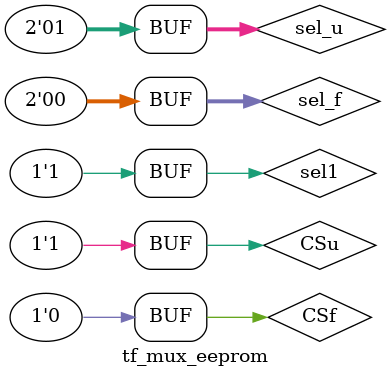
<source format=v>
`timescale 1ns / 1ns


module tf_mux_eeprom;

	// Inputs
	reg sel1;
	reg [1:0] sel_u;
	reg [1:0] sel_f;
	reg CSf;
	reg CSu;

	// Outputs
	wire [3:0] CSe;

	// Instantiate the Unit Under Test (UUT)
	mux_eeprom uut (
		.sel1(sel1), 
		.sel_u(sel_u), 
		.sel_f(sel_f), 
		.CSf(CSf), 
		.CSu(CSu), 
		.CSe(CSe)
	);

	initial begin
		// Initialize Inputs
		sel1 = 0;
		sel_u = 0;
		sel_f = 0;
		CSf = 0;
		CSu = 0;

		// Wait 100 ns for global reset to finish
		#100 CSf=0;
		#100 CSu=1;
		#100 CSf=0;
		#100 CSu=1;
		
		sel1 = 1;
		
		#100 CSf=1;
		#100 CSu=0;
		#100 CSf=1;
		#100 CSu=0;
		
		sel_u = 1;
		sel_f = 0;
		
		#100 CSf=1;
		#100 CSu=0;
		#100 CSf=1;
		#100 CSu=0;
		
		#100 CSf=0;
		#100 CSu=1;
		#100 CSf=0;
		#100 CSu=1;
        
		// Add stimulus here

	end
      
endmodule


</source>
